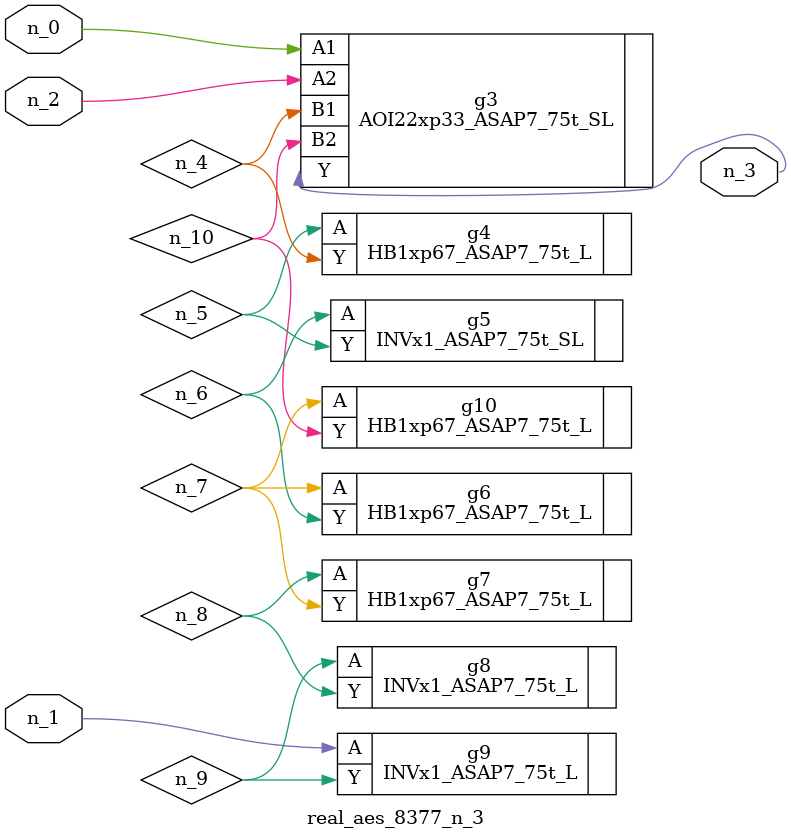
<source format=v>
module real_aes_8377_n_3 (n_0, n_2, n_1, n_3);
input n_0;
input n_2;
input n_1;
output n_3;
wire n_4;
wire n_5;
wire n_7;
wire n_8;
wire n_6;
wire n_9;
wire n_10;
AOI22xp33_ASAP7_75t_SL g3 ( .A1(n_0), .A2(n_2), .B1(n_4), .B2(n_10), .Y(n_3) );
INVx1_ASAP7_75t_L g9 ( .A(n_1), .Y(n_9) );
HB1xp67_ASAP7_75t_L g4 ( .A(n_5), .Y(n_4) );
INVx1_ASAP7_75t_SL g5 ( .A(n_6), .Y(n_5) );
HB1xp67_ASAP7_75t_L g6 ( .A(n_7), .Y(n_6) );
HB1xp67_ASAP7_75t_L g10 ( .A(n_7), .Y(n_10) );
HB1xp67_ASAP7_75t_L g7 ( .A(n_8), .Y(n_7) );
INVx1_ASAP7_75t_L g8 ( .A(n_9), .Y(n_8) );
endmodule
</source>
